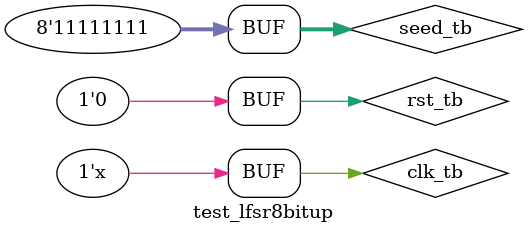
<source format=v>
`timescale 1ns / 1ps


module test_lfsr8bitup();
 
    reg clk_tb;
    reg rst_tb;
    reg[7:0] seed_tb;
    wire outReg_tb;
    wire trig_tb;
    wire trig_1_tb;
    
    /*
    //TestBench muestra que cambia de directa a inversa una vez se pulsa el reset y no al reves
    initial
    begin
        clk_tb = 0;
        updown = 0;
        rst_tb = 1;
        #15;
        
        rst_tb = 0;
        #300;
        updown = 1;
        #30
        rst_tb = 1;
        #15
        rst_tb = 0;
        #100;
    end*/

    /*
    //TestBench muestra que cambia de directa a inversa
    initial
    begin
        clk_tb = 0;
        updown = 0;
        rst_tb = 1;
        #15;
        
        rst_tb = 0;
        #305;
        updown = 1;
        rst_tb = 1;
        #15
        rst_tb = 0;
        #100;
    end    */
    
    //TestBench muestra la señal en directa. Cuando se pulsa el rst reinicia
    initial
    begin
        clk_tb = 0;
        seed_tb = 8'b11111111;
        rst_tb = 1;

        #15;
        
        rst_tb = 0;
        #500;
        

        #100;
    end
    
    always
    begin
        #10;
        clk_tb = ~ clk_tb;
    end
    
    LFSR8bitUp LFSR8bitUp(clk_tb, rst_tb, seed_tb, outReg_tb, trig_1_tb);
    
endmodule

</source>
